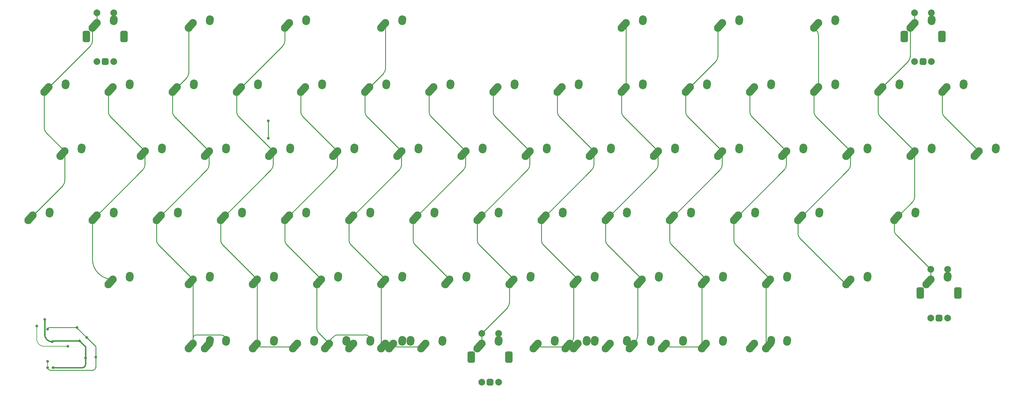
<source format=gbr>
%TF.GenerationSoftware,KiCad,Pcbnew,(7.0.0)*%
%TF.CreationDate,2024-01-04T19:15:55+01:00*%
%TF.ProjectId,HP 2621,48502032-3632-4312-9e6b-696361645f70,rev?*%
%TF.SameCoordinates,Original*%
%TF.FileFunction,Copper,L1,Top*%
%TF.FilePolarity,Positive*%
%FSLAX46Y46*%
G04 Gerber Fmt 4.6, Leading zero omitted, Abs format (unit mm)*
G04 Created by KiCad (PCBNEW (7.0.0)) date 2024-01-04 19:15:55*
%MOMM*%
%LPD*%
G01*
G04 APERTURE LIST*
G04 Aperture macros list*
%AMRoundRect*
0 Rectangle with rounded corners*
0 $1 Rounding radius*
0 $2 $3 $4 $5 $6 $7 $8 $9 X,Y pos of 4 corners*
0 Add a 4 corners polygon primitive as box body*
4,1,4,$2,$3,$4,$5,$6,$7,$8,$9,$2,$3,0*
0 Add four circle primitives for the rounded corners*
1,1,$1+$1,$2,$3*
1,1,$1+$1,$4,$5*
1,1,$1+$1,$6,$7*
1,1,$1+$1,$8,$9*
0 Add four rect primitives between the rounded corners*
20,1,$1+$1,$2,$3,$4,$5,0*
20,1,$1+$1,$4,$5,$6,$7,0*
20,1,$1+$1,$6,$7,$8,$9,0*
20,1,$1+$1,$8,$9,$2,$3,0*%
%AMHorizOval*
0 Thick line with rounded ends*
0 $1 width*
0 $2 $3 position (X,Y) of the first rounded end (center of the circle)*
0 $4 $5 position (X,Y) of the second rounded end (center of the circle)*
0 Add line between two ends*
20,1,$1,$2,$3,$4,$5,0*
0 Add two circle primitives to create the rounded ends*
1,1,$1,$2,$3*
1,1,$1,$4,$5*%
G04 Aperture macros list end*
%TA.AperFunction,ComponentPad*%
%ADD10C,2.300000*%
%TD*%
%TA.AperFunction,ComponentPad*%
%ADD11HorizOval,2.300000X-0.655144X-0.730170X0.655144X0.730170X0*%
%TD*%
%TA.AperFunction,ComponentPad*%
%ADD12HorizOval,2.300000X0.019758X0.289827X-0.019758X-0.289827X0*%
%TD*%
%TA.AperFunction,ComponentPad*%
%ADD13C,2.000000*%
%TD*%
%TA.AperFunction,ComponentPad*%
%ADD14RoundRect,0.500000X0.500000X-0.500000X0.500000X0.500000X-0.500000X0.500000X-0.500000X-0.500000X0*%
%TD*%
%TA.AperFunction,ComponentPad*%
%ADD15RoundRect,0.550000X0.550000X-1.150000X0.550000X1.150000X-0.550000X1.150000X-0.550000X-1.150000X0*%
%TD*%
%TA.AperFunction,ViaPad*%
%ADD16C,0.800000*%
%TD*%
%TA.AperFunction,Conductor*%
%ADD17C,0.250000*%
%TD*%
%TA.AperFunction,Conductor*%
%ADD18C,0.200000*%
%TD*%
%TA.AperFunction,Conductor*%
%ADD19C,0.381000*%
%TD*%
G04 APERTURE END LIST*
D10*
%TO.P,MX66,1,1*%
%TO.N,COL2*%
X60483750Y-118110000D03*
D11*
X61138605Y-117380169D03*
D12*
%TO.P,MX66,2,2*%
%TO.N,Net-(D66-A)*%
X66813507Y-115860172D03*
D10*
X66833750Y-115570000D03*
%TD*%
%TO.P,MX6,1,1*%
%TO.N,COL10*%
X217646250Y-22860000D03*
D11*
X218301105Y-22130169D03*
D12*
%TO.P,MX6,2,2*%
%TO.N,Net-(D6-A)*%
X223976007Y-20610172D03*
D10*
X223996250Y-20320000D03*
%TD*%
%TO.P,MX35,1,1*%
%TO.N,COL11*%
X236696250Y-60960000D03*
D11*
X237351105Y-60230169D03*
D12*
%TO.P,MX35,2,2*%
%TO.N,Net-(D35-A)*%
X243026007Y-58710172D03*
D10*
X243046250Y-58420000D03*
%TD*%
%TO.P,MX19,1,1*%
%TO.N,COL10*%
X208121250Y-41910000D03*
D11*
X208776105Y-41180169D03*
D12*
%TO.P,MX19,2,2*%
%TO.N,Net-(D19-A)*%
X214451007Y-39660172D03*
D10*
X214471250Y-39370000D03*
%TD*%
%TO.P,MX81,1,1*%
%TO.N,COL5*%
X117633750Y-118110000D03*
D11*
X118288605Y-117380169D03*
D12*
%TO.P,MX81,2,2*%
%TO.N,Net-(D69-A)*%
X123963507Y-115860172D03*
D10*
X123983750Y-115570000D03*
%TD*%
%TO.P,MX47,1,1*%
%TO.N,COL8*%
X165258750Y-80010000D03*
D11*
X165913605Y-79280169D03*
D12*
%TO.P,MX47,2,2*%
%TO.N,Net-(D47-A)*%
X171588507Y-77760172D03*
D10*
X171608750Y-77470000D03*
%TD*%
%TO.P,MX37,1,1*%
%TO.N,COL13*%
X274796250Y-60960000D03*
D11*
X275451105Y-60230169D03*
D12*
%TO.P,MX37,2,2*%
%TO.N,Net-(D37-A)*%
X281126007Y-58710172D03*
D10*
X281146250Y-58420000D03*
%TD*%
%TO.P,MX73,1,1*%
%TO.N,COL10*%
X212883750Y-118110000D03*
D11*
X213538605Y-117380169D03*
D12*
%TO.P,MX73,2,2*%
%TO.N,Net-(D73-A)*%
X219213507Y-115860172D03*
D10*
X219233750Y-115570000D03*
%TD*%
%TO.P,MX5,1,1*%
%TO.N,COL9*%
X189071250Y-22860000D03*
D11*
X189726105Y-22130169D03*
D12*
%TO.P,MX5,2,2*%
%TO.N,Net-(D5-A)*%
X195401007Y-20610172D03*
D10*
X195421250Y-20320000D03*
%TD*%
%TO.P,MX28,1,1*%
%TO.N,COL4*%
X103346250Y-60960000D03*
D11*
X104001105Y-60230169D03*
D12*
%TO.P,MX28,2,2*%
%TO.N,Net-(D28-A)*%
X109676007Y-58710172D03*
D10*
X109696250Y-58420000D03*
%TD*%
%TO.P,MX75,1,1*%
%TO.N,Net-(D66-A)*%
X65246250Y-118110000D03*
D11*
X65901105Y-117380169D03*
D12*
%TO.P,MX75,2,2*%
%TO.N,COL2*%
X71576007Y-115860172D03*
D10*
X71596250Y-115570000D03*
%TD*%
%TO.P,MX33,1,1*%
%TO.N,COL9*%
X198596250Y-60960000D03*
D11*
X199251105Y-60230169D03*
D12*
%TO.P,MX33,2,2*%
%TO.N,Net-(D33-A)*%
X204926007Y-58710172D03*
D10*
X204946250Y-58420000D03*
%TD*%
%TO.P,MX49,1,1*%
%TO.N,COL10*%
X203358750Y-80010000D03*
D11*
X204013605Y-79280169D03*
D12*
%TO.P,MX49,2,2*%
%TO.N,Net-(D49-A)*%
X209688507Y-77760172D03*
D10*
X209708750Y-77470000D03*
%TD*%
%TO.P,MX34,1,1*%
%TO.N,COL10*%
X217646250Y-60960000D03*
D11*
X218301105Y-60230169D03*
D12*
%TO.P,MX34,2,2*%
%TO.N,Net-(D34-A)*%
X223976007Y-58710172D03*
D10*
X223996250Y-58420000D03*
%TD*%
%TO.P,MX65,1,1*%
%TO.N,COL13*%
X279558750Y-99060000D03*
D11*
X280213605Y-98330169D03*
D12*
%TO.P,MX65,2,2*%
%TO.N,row_3*%
X285888507Y-96810172D03*
D10*
X285908750Y-96520000D03*
%TD*%
%TO.P,MX50,1,1*%
%TO.N,COL11*%
X222408750Y-80010000D03*
D11*
X223063605Y-79280169D03*
D12*
%TO.P,MX50,2,2*%
%TO.N,Net-(D50-A)*%
X228738507Y-77760172D03*
D10*
X228758750Y-77470000D03*
%TD*%
%TO.P,MX56,1,1*%
%TO.N,COL4*%
X98583750Y-99060000D03*
D11*
X99238605Y-98330169D03*
D12*
%TO.P,MX56,2,2*%
%TO.N,Net-(D56-A)*%
X104913507Y-96810172D03*
D10*
X104933750Y-96520000D03*
%TD*%
%TO.P,MX38,1,1*%
%TO.N,COL14*%
X293846250Y-60960000D03*
D11*
X294501105Y-60230169D03*
D12*
%TO.P,MX38,2,2*%
%TO.N,Net-(D38-A)*%
X300176007Y-58710172D03*
D10*
X300196250Y-58420000D03*
%TD*%
%TO.P,MX4,1,1*%
%TO.N,COL5*%
X117633750Y-22860000D03*
D11*
X118288605Y-22130169D03*
D12*
%TO.P,MX4,2,2*%
%TO.N,Net-(D4-A)*%
X123963507Y-20610172D03*
D10*
X123983750Y-20320000D03*
%TD*%
%TO.P,MX72,1,1*%
%TO.N,COL9*%
X191452500Y-118110000D03*
D11*
X192107355Y-117380169D03*
D12*
%TO.P,MX72,2,2*%
%TO.N,Net-(D72-A)*%
X197782257Y-115860172D03*
D10*
X197802500Y-115570000D03*
%TD*%
%TO.P,MX63,1,1*%
%TO.N,COL11*%
X231933750Y-99060000D03*
D11*
X232588605Y-98330169D03*
D12*
%TO.P,MX63,2,2*%
%TO.N,Net-(D63-A)*%
X238263507Y-96810172D03*
D10*
X238283750Y-96520000D03*
%TD*%
%TO.P,MX64,1,1*%
%TO.N,COL12*%
X255746250Y-99060000D03*
D11*
X256401105Y-98330169D03*
D12*
%TO.P,MX64,2,2*%
%TO.N,Net-(D64-A)*%
X262076007Y-96810172D03*
D10*
X262096250Y-96520000D03*
%TD*%
%TO.P,MX57,1,1*%
%TO.N,COL5*%
X117633750Y-99060000D03*
D11*
X118288605Y-98330169D03*
D12*
%TO.P,MX57,2,2*%
%TO.N,Net-(D57-A)*%
X123963507Y-96810172D03*
D10*
X123983750Y-96520000D03*
%TD*%
%TO.P,MX44,1,1*%
%TO.N,COL5*%
X108108750Y-80010000D03*
D11*
X108763605Y-79280169D03*
D12*
%TO.P,MX44,2,2*%
%TO.N,Net-(D44-A)*%
X114438507Y-77760172D03*
D10*
X114458750Y-77470000D03*
%TD*%
%TO.P,MX12,1,1*%
%TO.N,COL3*%
X74771250Y-41910000D03*
D11*
X75426105Y-41180169D03*
D12*
%TO.P,MX12,2,2*%
%TO.N,Net-(D12-A)*%
X81101007Y-39660172D03*
D10*
X81121250Y-39370000D03*
%TD*%
%TO.P,MX24,1,1*%
%TO.N,COL0*%
X22383750Y-60960000D03*
D11*
X23038605Y-60230169D03*
D12*
%TO.P,MX24,2,2*%
%TO.N,Net-(D24-A)*%
X28713507Y-58710172D03*
D10*
X28733750Y-58420000D03*
%TD*%
%TO.P,MX62,1,1*%
%TO.N,COL10*%
X212883750Y-99060000D03*
D11*
X213538605Y-98330169D03*
D12*
%TO.P,MX62,2,2*%
%TO.N,Net-(D62-A)*%
X219213507Y-96810172D03*
D10*
X219233750Y-96520000D03*
%TD*%
%TO.P,MX9,1,1*%
%TO.N,COL0*%
X17621250Y-41910000D03*
D11*
X18276105Y-41180169D03*
D12*
%TO.P,MX9,2,2*%
%TO.N,Net-(D9-A)*%
X23951007Y-39660172D03*
D10*
X23971250Y-39370000D03*
%TD*%
%TO.P,MX22,1,1*%
%TO.N,COL13*%
X265271250Y-41910000D03*
D11*
X265926105Y-41180169D03*
D12*
%TO.P,MX22,2,2*%
%TO.N,Net-(D22-A)*%
X271601007Y-39660172D03*
D10*
X271621250Y-39370000D03*
%TD*%
%TO.P,MX26,1,1*%
%TO.N,COL2*%
X65246250Y-60960000D03*
D11*
X65901105Y-60230169D03*
D12*
%TO.P,MX26,2,2*%
%TO.N,Net-(D26-A)*%
X71576007Y-58710172D03*
D10*
X71596250Y-58420000D03*
%TD*%
%TO.P,MX61,1,1*%
%TO.N,COL9*%
X193833750Y-99060000D03*
D11*
X194488605Y-98330169D03*
D12*
%TO.P,MX61,2,2*%
%TO.N,Net-(D61-A)*%
X200163507Y-96810172D03*
D10*
X200183750Y-96520000D03*
%TD*%
%TO.P,MX53,1,1*%
%TO.N,COL1*%
X36671250Y-99060000D03*
D11*
X37326105Y-98330169D03*
D12*
%TO.P,MX53,2,2*%
%TO.N,Net-(D53-A)*%
X43001007Y-96810172D03*
D10*
X43021250Y-96520000D03*
%TD*%
%TO.P,MX16,1,1*%
%TO.N,COL7*%
X150971250Y-41910000D03*
D11*
X151626105Y-41180169D03*
D12*
%TO.P,MX16,2,2*%
%TO.N,Net-(D16-A)*%
X157301007Y-39660172D03*
D10*
X157321250Y-39370000D03*
%TD*%
D13*
%TO.P,SW4,A,A*%
%TO.N,ENC_g*%
X147518750Y-128150000D03*
%TO.P,SW4,B,B*%
%TO.N,ENC_h*%
X152518750Y-128150000D03*
D14*
%TO.P,SW4,C,C*%
%TO.N,GND*%
X150018750Y-128150000D03*
D15*
%TO.P,SW4,MP*%
%TO.N,N/C*%
X144418750Y-120650000D03*
X155618750Y-120650000D03*
D13*
%TO.P,SW4,S1,S1*%
%TO.N,row_4*%
X152518750Y-113650000D03*
%TO.P,SW4,S2,S2*%
%TO.N,COL7*%
X147518750Y-113650000D03*
%TD*%
D10*
%TO.P,MX41,1,1*%
%TO.N,COL2*%
X50958750Y-80010000D03*
D11*
X51613605Y-79280169D03*
D12*
%TO.P,MX41,2,2*%
%TO.N,Net-(D41-A)*%
X57288507Y-77760172D03*
D10*
X57308750Y-77470000D03*
%TD*%
%TO.P,MX74,1,1*%
%TO.N,COL11*%
X231933750Y-118110000D03*
D11*
X232588605Y-117380169D03*
D12*
%TO.P,MX74,2,2*%
%TO.N,Net-(D74-A)*%
X238263507Y-115860172D03*
D10*
X238283750Y-115570000D03*
%TD*%
%TO.P,MX21,1,1*%
%TO.N,COL12*%
X246221250Y-41910000D03*
D11*
X246876105Y-41180169D03*
D12*
%TO.P,MX21,2,2*%
%TO.N,Net-(D21-A)*%
X252551007Y-39660172D03*
D10*
X252571250Y-39370000D03*
%TD*%
%TO.P,MX77,1,1*%
%TO.N,COL3*%
X91440000Y-118110000D03*
D11*
X92094855Y-117380169D03*
D12*
%TO.P,MX77,2,2*%
%TO.N,Net-(D67-A)*%
X97769757Y-115860172D03*
D10*
X97790000Y-115570000D03*
%TD*%
%TO.P,MX54,1,1*%
%TO.N,COL2*%
X60483750Y-99060000D03*
D11*
X61138605Y-98330169D03*
D12*
%TO.P,MX54,2,2*%
%TO.N,Net-(D54-A)*%
X66813507Y-96810172D03*
D10*
X66833750Y-96520000D03*
%TD*%
%TO.P,MX69,1,1*%
%TO.N,COL5*%
X129540000Y-118110000D03*
D11*
X130194855Y-117380169D03*
D12*
%TO.P,MX69,2,2*%
%TO.N,Net-(D69-A)*%
X135869757Y-115860172D03*
D10*
X135890000Y-115570000D03*
%TD*%
%TO.P,MX80,1,1*%
%TO.N,COL8*%
X172402500Y-118110000D03*
D11*
X173057355Y-117380169D03*
D12*
%TO.P,MX80,2,2*%
%TO.N,Net-(D71-A)*%
X178732257Y-115860172D03*
D10*
X178752500Y-115570000D03*
%TD*%
%TO.P,MX48,1,1*%
%TO.N,COL9*%
X184308750Y-80010000D03*
D11*
X184963605Y-79280169D03*
D12*
%TO.P,MX48,2,2*%
%TO.N,Net-(D48-A)*%
X190638507Y-77760172D03*
D10*
X190658750Y-77470000D03*
%TD*%
%TO.P,MX67,1,1*%
%TO.N,COL3*%
X79533750Y-118110000D03*
D11*
X80188605Y-117380169D03*
D12*
%TO.P,MX67,2,2*%
%TO.N,Net-(D67-A)*%
X85863507Y-115860172D03*
D10*
X85883750Y-115570000D03*
%TD*%
%TO.P,MX15,1,1*%
%TO.N,COL6*%
X131921250Y-41910000D03*
D11*
X132576105Y-41180169D03*
D12*
%TO.P,MX15,2,2*%
%TO.N,Net-(D15-A)*%
X138251007Y-39660172D03*
D10*
X138271250Y-39370000D03*
%TD*%
%TO.P,MX29,1,1*%
%TO.N,COL5*%
X122396250Y-60960000D03*
D11*
X123051105Y-60230169D03*
D12*
%TO.P,MX29,2,2*%
%TO.N,Net-(D29-A)*%
X128726007Y-58710172D03*
D10*
X128746250Y-58420000D03*
%TD*%
D13*
%TO.P,SW3,A,A*%
%TO.N,ENC_e*%
X280868750Y-109100000D03*
%TO.P,SW3,B,B*%
%TO.N,ENC_f*%
X285868750Y-109100000D03*
D14*
%TO.P,SW3,C,C*%
%TO.N,GND*%
X283368750Y-109100000D03*
D15*
%TO.P,SW3,MP*%
%TO.N,N/C*%
X277768750Y-101600000D03*
X288968750Y-101600000D03*
D13*
%TO.P,SW3,S1,S1*%
%TO.N,row_3*%
X285868750Y-94600000D03*
%TO.P,SW3,S2,S2*%
%TO.N,COL13*%
X280868750Y-94600000D03*
%TD*%
D10*
%TO.P,MX13,1,1*%
%TO.N,COL4*%
X93821250Y-41910000D03*
D11*
X94476105Y-41180169D03*
D12*
%TO.P,MX13,2,2*%
%TO.N,Net-(D13-A)*%
X100151007Y-39660172D03*
D10*
X100171250Y-39370000D03*
%TD*%
%TO.P,MX36,1,1*%
%TO.N,COL12*%
X255746250Y-60960000D03*
D11*
X256401105Y-60230169D03*
D12*
%TO.P,MX36,2,2*%
%TO.N,Net-(D36-A)*%
X262076007Y-58710172D03*
D10*
X262096250Y-58420000D03*
%TD*%
%TO.P,MX18,1,1*%
%TO.N,COL9*%
X189071250Y-41910000D03*
D11*
X189726105Y-41180169D03*
D12*
%TO.P,MX18,2,2*%
%TO.N,Net-(D18-A)*%
X195401007Y-39660172D03*
D10*
X195421250Y-39370000D03*
%TD*%
%TO.P,MX43,1,1*%
%TO.N,COL4*%
X89058750Y-80010000D03*
D11*
X89713605Y-79280169D03*
D12*
%TO.P,MX43,2,2*%
%TO.N,Net-(D43-A)*%
X95388507Y-77760172D03*
D10*
X95408750Y-77470000D03*
%TD*%
%TO.P,MX42,1,1*%
%TO.N,COL3*%
X70008750Y-80010000D03*
D11*
X70663605Y-79280169D03*
D12*
%TO.P,MX42,2,2*%
%TO.N,Net-(D42-A)*%
X76338507Y-77760172D03*
D10*
X76358750Y-77470000D03*
%TD*%
%TO.P,MX40,1,1*%
%TO.N,COL1*%
X31908750Y-80010000D03*
D11*
X32563605Y-79280169D03*
D12*
%TO.P,MX40,2,2*%
%TO.N,Net-(D40-A)*%
X38238507Y-77760172D03*
D10*
X38258750Y-77470000D03*
%TD*%
%TO.P,MX70,1,1*%
%TO.N,COL7*%
X146208750Y-118110000D03*
D11*
X146863605Y-117380169D03*
D12*
%TO.P,MX70,2,2*%
%TO.N,row_4*%
X152538507Y-115860172D03*
D10*
X152558750Y-115570000D03*
%TD*%
%TO.P,MX46,1,1*%
%TO.N,COL7*%
X146208750Y-80010000D03*
D11*
X146863605Y-79280169D03*
D12*
%TO.P,MX46,2,2*%
%TO.N,Net-(D46-A)*%
X152538507Y-77760172D03*
D10*
X152558750Y-77470000D03*
%TD*%
%TO.P,MX79,1,1*%
%TO.N,COL5*%
X120015000Y-118110000D03*
D11*
X120669855Y-117380169D03*
D12*
%TO.P,MX79,2,2*%
%TO.N,Net-(D69-A)*%
X126344757Y-115860172D03*
D10*
X126365000Y-115570000D03*
%TD*%
%TO.P,MX14,1,1*%
%TO.N,COL5*%
X112871250Y-41910000D03*
D11*
X113526105Y-41180169D03*
D12*
%TO.P,MX14,2,2*%
%TO.N,Net-(D14-A)*%
X119201007Y-39660172D03*
D10*
X119221250Y-39370000D03*
%TD*%
%TO.P,MX83,1,1*%
%TO.N,COL8*%
X174783750Y-118110000D03*
D11*
X175438605Y-117380169D03*
D12*
%TO.P,MX83,2,2*%
%TO.N,Net-(D71-A)*%
X181113507Y-115860172D03*
D10*
X181133750Y-115570000D03*
%TD*%
%TO.P,MX30,1,1*%
%TO.N,COL6*%
X141446250Y-60960000D03*
D11*
X142101105Y-60230169D03*
D12*
%TO.P,MX30,2,2*%
%TO.N,Net-(D30-A)*%
X147776007Y-58710172D03*
D10*
X147796250Y-58420000D03*
%TD*%
%TO.P,MX58,1,1*%
%TO.N,COL6*%
X136683750Y-99060000D03*
D11*
X137338605Y-98330169D03*
D12*
%TO.P,MX58,2,2*%
%TO.N,Net-(D58-A)*%
X143013507Y-96810172D03*
D10*
X143033750Y-96520000D03*
%TD*%
%TO.P,MX84,1,1*%
%TO.N,Net-(D72-A)*%
X184308750Y-118110000D03*
D11*
X184963605Y-117380169D03*
D12*
%TO.P,MX84,2,2*%
%TO.N,COL9*%
X190638507Y-115860172D03*
D10*
X190658750Y-115570000D03*
%TD*%
%TO.P,MX82,1,1*%
%TO.N,Net-(D68-A)*%
X108108750Y-118110000D03*
D11*
X108763605Y-117380169D03*
D12*
%TO.P,MX82,2,2*%
%TO.N,COL4*%
X114438507Y-115860172D03*
D10*
X114458750Y-115570000D03*
%TD*%
%TO.P,MX71,1,1*%
%TO.N,COL8*%
X162877500Y-118110000D03*
D11*
X163532355Y-117380169D03*
D12*
%TO.P,MX71,2,2*%
%TO.N,Net-(D71-A)*%
X169207257Y-115860172D03*
D10*
X169227500Y-115570000D03*
%TD*%
%TO.P,MX27,1,1*%
%TO.N,COL3*%
X84296250Y-60960000D03*
D11*
X84951105Y-60230169D03*
D12*
%TO.P,MX27,2,2*%
%TO.N,Net-(D27-A)*%
X90626007Y-58710172D03*
D10*
X90646250Y-58420000D03*
%TD*%
%TO.P,MX78,1,1*%
%TO.N,COL10*%
X200977500Y-118110000D03*
D11*
X201632355Y-117380169D03*
D12*
%TO.P,MX78,2,2*%
%TO.N,Net-(D73-A)*%
X207307257Y-115860172D03*
D10*
X207327500Y-115570000D03*
%TD*%
%TO.P,MX11,1,1*%
%TO.N,COL2*%
X55721250Y-41910000D03*
D11*
X56376105Y-41180169D03*
D12*
%TO.P,MX11,2,2*%
%TO.N,Net-(D11-A)*%
X62051007Y-39660172D03*
D10*
X62071250Y-39370000D03*
%TD*%
%TO.P,MX52,1,1*%
%TO.N,COL13*%
X270033750Y-80010000D03*
D11*
X270688605Y-79280169D03*
D12*
%TO.P,MX52,2,2*%
%TO.N,Net-(D52-A)*%
X276363507Y-77760172D03*
D10*
X276383750Y-77470000D03*
%TD*%
%TO.P,MX17,1,1*%
%TO.N,COL8*%
X170021250Y-41910000D03*
D11*
X170676105Y-41180169D03*
D12*
%TO.P,MX17,2,2*%
%TO.N,Net-(D17-A)*%
X176351007Y-39660172D03*
D10*
X176371250Y-39370000D03*
%TD*%
%TO.P,MX3,1,1*%
%TO.N,COL3*%
X89058750Y-22860000D03*
D11*
X89713605Y-22130169D03*
D12*
%TO.P,MX3,2,2*%
%TO.N,Net-(D3-A)*%
X95388507Y-20610172D03*
D10*
X95408750Y-20320000D03*
%TD*%
%TO.P,MX10,1,1*%
%TO.N,COL1*%
X36671250Y-41910000D03*
D11*
X37326105Y-41180169D03*
D12*
%TO.P,MX10,2,2*%
%TO.N,Net-(D10-A)*%
X43001007Y-39660172D03*
D10*
X43021250Y-39370000D03*
%TD*%
%TO.P,MX20,1,1*%
%TO.N,COL11*%
X227171250Y-41910000D03*
D11*
X227826105Y-41180169D03*
D12*
%TO.P,MX20,2,2*%
%TO.N,Net-(D20-A)*%
X233501007Y-39660172D03*
D10*
X233521250Y-39370000D03*
%TD*%
D13*
%TO.P,SW2,A,A*%
%TO.N,ENC_c*%
X276106250Y-32900000D03*
%TO.P,SW2,B,B*%
%TO.N,ENC_d*%
X281106250Y-32900000D03*
D14*
%TO.P,SW2,C,C*%
%TO.N,GND*%
X278606250Y-32900000D03*
D15*
%TO.P,SW2,MP*%
%TO.N,N/C*%
X273006250Y-25400000D03*
X284206250Y-25400000D03*
D13*
%TO.P,SW2,S1,S1*%
%TO.N,row_2*%
X281106250Y-18400000D03*
%TO.P,SW2,S2,S2*%
%TO.N,COL13*%
X276106250Y-18400000D03*
%TD*%
D10*
%TO.P,MX7,1,1*%
%TO.N,COL12*%
X246221250Y-22860000D03*
D11*
X246876105Y-22130169D03*
D12*
%TO.P,MX7,2,2*%
%TO.N,Net-(D7-A)*%
X252551007Y-20610172D03*
D10*
X252571250Y-20320000D03*
%TD*%
%TO.P,MX45,1,1*%
%TO.N,COL6*%
X127158750Y-80010000D03*
D11*
X127813605Y-79280169D03*
D12*
%TO.P,MX45,2,2*%
%TO.N,Net-(D45-A)*%
X133488507Y-77760172D03*
D10*
X133508750Y-77470000D03*
%TD*%
%TO.P,MX25,1,1*%
%TO.N,COL1*%
X46196250Y-60960000D03*
D11*
X46851105Y-60230169D03*
D12*
%TO.P,MX25,2,2*%
%TO.N,Net-(D25-A)*%
X52526007Y-58710172D03*
D10*
X52546250Y-58420000D03*
%TD*%
%TO.P,MX60,1,1*%
%TO.N,COL8*%
X174783750Y-99060000D03*
D11*
X175438605Y-98330169D03*
D12*
%TO.P,MX60,2,2*%
%TO.N,Net-(D60-A)*%
X181113507Y-96810172D03*
D10*
X181133750Y-96520000D03*
%TD*%
%TO.P,MX8,1,1*%
%TO.N,COL13*%
X274796250Y-22860000D03*
D11*
X275451105Y-22130169D03*
D12*
%TO.P,MX8,2,2*%
%TO.N,row_2*%
X281126007Y-20610172D03*
D10*
X281146250Y-20320000D03*
%TD*%
%TO.P,MX39,1,1*%
%TO.N,COL0*%
X12858750Y-80010000D03*
D11*
X13513605Y-79280169D03*
D12*
%TO.P,MX39,2,2*%
%TO.N,Net-(D39-A)*%
X19188507Y-77760172D03*
D10*
X19208750Y-77470000D03*
%TD*%
%TO.P,MX23,1,1*%
%TO.N,COL14*%
X284321250Y-41910000D03*
D11*
X284976105Y-41180169D03*
D12*
%TO.P,MX23,2,2*%
%TO.N,Net-(D23-A)*%
X290651007Y-39660172D03*
D10*
X290671250Y-39370000D03*
%TD*%
%TO.P,MX59,1,1*%
%TO.N,COL7*%
X155733750Y-99060000D03*
D11*
X156388605Y-98330169D03*
D12*
%TO.P,MX59,2,2*%
%TO.N,Net-(D59-A)*%
X162063507Y-96810172D03*
D10*
X162083750Y-96520000D03*
%TD*%
%TO.P,MX1,1,1*%
%TO.N,COL0*%
X31908750Y-22860000D03*
D11*
X32563605Y-22130169D03*
D12*
%TO.P,MX1,2,2*%
%TO.N,row_1*%
X38238507Y-20610172D03*
D10*
X38258750Y-20320000D03*
%TD*%
%TO.P,MX76,1,1*%
%TO.N,Net-(D74-A)*%
X227171250Y-118110000D03*
D11*
X227826105Y-117380169D03*
D12*
%TO.P,MX76,2,2*%
%TO.N,COL11*%
X233501007Y-115860172D03*
D10*
X233521250Y-115570000D03*
%TD*%
%TO.P,MX32,1,1*%
%TO.N,COL8*%
X179546250Y-60960000D03*
D11*
X180201105Y-60230169D03*
D12*
%TO.P,MX32,2,2*%
%TO.N,Net-(D32-A)*%
X185876007Y-58710172D03*
D10*
X185896250Y-58420000D03*
%TD*%
%TO.P,MX68,1,1*%
%TO.N,COL4*%
X100965000Y-118110000D03*
D11*
X101619855Y-117380169D03*
D12*
%TO.P,MX68,2,2*%
%TO.N,Net-(D68-A)*%
X107294757Y-115860172D03*
D10*
X107315000Y-115570000D03*
%TD*%
%TO.P,MX31,1,1*%
%TO.N,COL7*%
X160496250Y-60960000D03*
D11*
X161151105Y-60230169D03*
D12*
%TO.P,MX31,2,2*%
%TO.N,Net-(D31-A)*%
X166826007Y-58710172D03*
D10*
X166846250Y-58420000D03*
%TD*%
%TO.P,MX51,1,1*%
%TO.N,COL12*%
X241458750Y-80010000D03*
D11*
X242113605Y-79280169D03*
D12*
%TO.P,MX51,2,2*%
%TO.N,Net-(D51-A)*%
X247788507Y-77760172D03*
D10*
X247808750Y-77470000D03*
%TD*%
D13*
%TO.P,SW1,A,A*%
%TO.N,ENC_a*%
X33218750Y-32900000D03*
%TO.P,SW1,B,B*%
%TO.N,ENC_b*%
X38218750Y-32900000D03*
D14*
%TO.P,SW1,C,C*%
%TO.N,GND*%
X35718750Y-32900000D03*
D15*
%TO.P,SW1,MP*%
%TO.N,N/C*%
X30118750Y-25400000D03*
X41318750Y-25400000D03*
D13*
%TO.P,SW1,S1,S1*%
%TO.N,row_1*%
X38218750Y-18400000D03*
%TO.P,SW1,S2,S2*%
%TO.N,COL0*%
X33218750Y-18400000D03*
%TD*%
D10*
%TO.P,MX55,1,1*%
%TO.N,COL3*%
X79533750Y-99060000D03*
D11*
X80188605Y-98330169D03*
D12*
%TO.P,MX55,2,2*%
%TO.N,Net-(D55-A)*%
X85863507Y-96810172D03*
D10*
X85883750Y-96520000D03*
%TD*%
%TO.P,MX2,1,1*%
%TO.N,COL2*%
X60483750Y-22860000D03*
D11*
X61138605Y-22130169D03*
D12*
%TO.P,MX2,2,2*%
%TO.N,Net-(D2-A)*%
X66813507Y-20610172D03*
D10*
X66833750Y-20320000D03*
%TD*%
D16*
%TO.N,GND*%
X84146716Y-50482064D03*
X18644250Y-121940897D03*
X32875000Y-120650000D03*
X18587500Y-123825000D03*
X30178397Y-114865941D03*
X84147629Y-55680682D03*
X27318750Y-111918750D03*
X18587500Y-112404740D03*
%TO.N,+3V3*%
X20175000Y-123825000D03*
X19989044Y-116145812D03*
X29891691Y-120932309D03*
X28112500Y-115887500D03*
X17728276Y-109529906D03*
%TO.N,BOOT0*%
X15362213Y-111440352D03*
X24606250Y-117475000D03*
%TD*%
D17*
%TO.N,COL0*%
X23693750Y-60328427D02*
X23693750Y-68346573D01*
X33218750Y-21550000D02*
X31908750Y-22860000D01*
X33218750Y-21400000D02*
X33218750Y-21550000D01*
X17621250Y-41910000D02*
X17621250Y-52599073D01*
X33218750Y-18400000D02*
X33218750Y-21400000D01*
X31322963Y-28208287D02*
X17621250Y-41910000D01*
X31908750Y-22860000D02*
X31908750Y-26794073D01*
X23107963Y-69760787D02*
X12858750Y-80010000D01*
X18207037Y-54013287D02*
X23107964Y-58914214D01*
X23693745Y-60328427D02*
G75*
G03*
X23107964Y-58914214I-1999945J27D01*
G01*
X23107966Y-69760790D02*
G75*
G03*
X23693750Y-68346573I-1414166J1414190D01*
G01*
X31322966Y-28208290D02*
G75*
G03*
X31908750Y-26794073I-1414166J1414190D01*
G01*
X17621248Y-52599073D02*
G75*
G03*
X18207037Y-54013287I2000002J3D01*
G01*
%TO.N,COL1*%
X36671250Y-41910000D02*
X36671250Y-47836573D01*
X46920463Y-64998287D02*
X31908750Y-80010000D01*
X47506250Y-60328427D02*
X47506250Y-63584073D01*
X31908750Y-80010000D02*
X31908750Y-91527500D01*
X37981250Y-40600000D02*
X36671250Y-41910000D01*
X37981250Y-40450000D02*
X37981250Y-40600000D01*
X37257037Y-49250787D02*
X46920464Y-58914214D01*
X31908750Y-91527500D02*
G75*
G03*
X37981250Y-97600000I6072500J0D01*
G01*
X46920466Y-64998290D02*
G75*
G03*
X47506250Y-63584073I-1414166J1414190D01*
G01*
X36671255Y-47836573D02*
G75*
G03*
X37257037Y-49250787I1999945J-27D01*
G01*
X47506245Y-60328427D02*
G75*
G03*
X46920464Y-58914214I-1999945J27D01*
G01*
%TO.N,COL2*%
X56307037Y-49250787D02*
X65970464Y-58914214D01*
X60483750Y-22860000D02*
X60483750Y-36319073D01*
X50958750Y-80010000D02*
X50958750Y-85936573D01*
X61793750Y-21400000D02*
X61793750Y-21550000D01*
X61793750Y-115093750D02*
X61793750Y-116650000D01*
X55721250Y-41910000D02*
X55721250Y-47836573D01*
X66556250Y-60328427D02*
X66556250Y-63584073D01*
X62792500Y-114095000D02*
X70121250Y-114095000D01*
X65970463Y-64998287D02*
X50958750Y-80010000D01*
X59897963Y-37733287D02*
X55721250Y-41910000D01*
X61793750Y-21550000D02*
X60483750Y-22860000D01*
X61793750Y-98428427D02*
X61793750Y-115093750D01*
X51544537Y-87350787D02*
X61207964Y-97014214D01*
X62792500Y-114094950D02*
G75*
G03*
X61793750Y-115093750I0J-998750D01*
G01*
X65970466Y-64998290D02*
G75*
G03*
X66556250Y-63584073I-1414166J1414190D01*
G01*
X61793745Y-98428427D02*
G75*
G03*
X61207964Y-97014214I-1999945J27D01*
G01*
X55721255Y-47836573D02*
G75*
G03*
X56307037Y-49250787I1999945J-27D01*
G01*
X66556245Y-60328427D02*
G75*
G03*
X65970464Y-58914214I-1999945J27D01*
G01*
X59897966Y-37733290D02*
G75*
G03*
X60483750Y-36319073I-1414166J1414190D01*
G01*
X50958755Y-85936573D02*
G75*
G03*
X51544537Y-87350787I1999945J-27D01*
G01*
X71596300Y-115570000D02*
G75*
G03*
X70121250Y-114095000I-1475000J0D01*
G01*
%TO.N,COL3*%
X70008750Y-85936573D02*
X70008750Y-80010000D01*
X90368750Y-21550000D02*
X89058750Y-22860000D01*
X90368750Y-21400000D02*
X90368750Y-21550000D01*
X85606250Y-60328427D02*
X85606250Y-63584073D01*
X75357037Y-49250787D02*
X85020464Y-58914214D01*
X80843750Y-116650000D02*
X80843750Y-98428427D01*
X85020463Y-64998287D02*
X70008750Y-80010000D01*
X88472963Y-28208287D02*
X74771250Y-41910000D01*
X89058750Y-22860000D02*
X89058750Y-26794073D01*
X81822520Y-117628770D02*
X91771230Y-117628770D01*
X80257964Y-97014214D02*
X70594537Y-87350787D01*
X74771250Y-41910000D02*
X74771250Y-47836573D01*
X85606245Y-60328427D02*
G75*
G03*
X85020464Y-58914214I-1999945J27D01*
G01*
X91771230Y-117628800D02*
G75*
G03*
X92750000Y-116650000I-30J978800D01*
G01*
X85020466Y-64998290D02*
G75*
G03*
X85606250Y-63584073I-1414166J1414190D01*
G01*
X80843730Y-116650000D02*
G75*
G03*
X81822520Y-117628770I978770J0D01*
G01*
X74771255Y-47836573D02*
G75*
G03*
X75357037Y-49250787I1999945J-27D01*
G01*
X70008755Y-85936573D02*
G75*
G03*
X70594537Y-87350787I1999945J-27D01*
G01*
X88472966Y-28208290D02*
G75*
G03*
X89058750Y-26794073I-1414166J1414190D01*
G01*
X80843745Y-98428427D02*
G75*
G03*
X80257964Y-97014214I-1999945J27D01*
G01*
%TO.N,COL11*%
X233243750Y-97750000D02*
X231933750Y-99060000D01*
X231933750Y-99060000D02*
X231933750Y-118110000D01*
X222994537Y-87350787D02*
X233243750Y-97600000D01*
X228481250Y-40600000D02*
X227171250Y-41910000D01*
X238006250Y-60328427D02*
X238006250Y-63584073D01*
X233243750Y-97600000D02*
X233243750Y-97750000D01*
X237420463Y-64998287D02*
X222408750Y-80010000D01*
X228481250Y-40450000D02*
X228481250Y-40600000D01*
X227757037Y-49250787D02*
X237420464Y-58914214D01*
X232607269Y-116483981D02*
X233521250Y-115570000D01*
X222408750Y-80010000D02*
X222408750Y-85936573D01*
X227171250Y-41910000D02*
X227171250Y-47836573D01*
X232607267Y-116483979D02*
G75*
G03*
X231933750Y-118110000I1626033J-1626021D01*
G01*
X222408755Y-85936573D02*
G75*
G03*
X222994537Y-87350787I1999945J-27D01*
G01*
X238006245Y-60328427D02*
G75*
G03*
X237420464Y-58914214I-1999945J27D01*
G01*
X237420466Y-64998290D02*
G75*
G03*
X238006250Y-63584073I-1414166J1414190D01*
G01*
X227171255Y-47836573D02*
G75*
G03*
X227757037Y-49250787I1999945J-27D01*
G01*
%TO.N,COL12*%
X241458750Y-80010000D02*
X241458750Y-83944073D01*
X247531250Y-40600000D02*
X246221250Y-41910000D01*
X247531250Y-40450000D02*
X247531250Y-40600000D01*
X247531250Y-21400000D02*
X247531250Y-21550000D01*
X246221250Y-22860000D02*
X246945464Y-23584214D01*
X246221250Y-41910000D02*
X246221250Y-47836573D01*
X247531250Y-24998427D02*
X247531250Y-40450000D01*
X246807037Y-49250787D02*
X256470464Y-58914214D01*
X247531250Y-21550000D02*
X246221250Y-22860000D01*
X257056250Y-60328427D02*
X257056250Y-63584073D01*
X256470463Y-64998287D02*
X241458750Y-80010000D01*
X242044537Y-85358287D02*
X255746250Y-99060000D01*
X256470466Y-64998290D02*
G75*
G03*
X257056250Y-63584073I-1414166J1414190D01*
G01*
X247531245Y-24998427D02*
G75*
G03*
X246945464Y-23584214I-1999945J27D01*
G01*
X241458755Y-83944073D02*
G75*
G03*
X242044537Y-85358287I1999945J-27D01*
G01*
X257056245Y-60328427D02*
G75*
G03*
X256470464Y-58914214I-1999945J27D01*
G01*
X246221255Y-47836573D02*
G75*
G03*
X246807037Y-49250787I1999945J-27D01*
G01*
%TO.N,COL13*%
X265271250Y-41910000D02*
X265271250Y-47836573D01*
X280868750Y-97600000D02*
X280868750Y-97750000D01*
X276106250Y-21550000D02*
X274796250Y-22860000D01*
X270033750Y-80010000D02*
X270033750Y-82936573D01*
X276106250Y-21400000D02*
X276106250Y-21550000D01*
X265857037Y-49250787D02*
X275520464Y-58914214D01*
X276106250Y-60328427D02*
X276106250Y-73109073D01*
X270619537Y-84350787D02*
X280868750Y-94600000D01*
X266581250Y-40600000D02*
X265271250Y-41910000D01*
X276106250Y-18400000D02*
X276106250Y-21400000D01*
X275520463Y-74523287D02*
X270033750Y-80010000D01*
X266581250Y-40450000D02*
X266581250Y-40600000D01*
X274210463Y-32820787D02*
X266581250Y-40450000D01*
X280868750Y-97750000D02*
X279558750Y-99060000D01*
X274796250Y-22860000D02*
X274796250Y-31406573D01*
X280868750Y-94600000D02*
X280868750Y-97600000D01*
X276106245Y-60328427D02*
G75*
G03*
X275520464Y-58914214I-1999945J27D01*
G01*
X270033755Y-82936573D02*
G75*
G03*
X270619537Y-84350787I1999945J-27D01*
G01*
X265271255Y-47836573D02*
G75*
G03*
X265857037Y-49250787I1999945J-27D01*
G01*
X275520466Y-74523290D02*
G75*
G03*
X276106250Y-73109073I-1414166J1414190D01*
G01*
X274210466Y-32820790D02*
G75*
G03*
X274796250Y-31406573I-1414166J1414190D01*
G01*
%TO.N,COL14*%
X284907037Y-49250787D02*
X295156250Y-59500000D01*
X295156250Y-59500000D02*
X295156250Y-59650000D01*
X284321250Y-41910000D02*
X284321250Y-47836573D01*
X285631250Y-40450000D02*
X285631250Y-40600000D01*
X285631250Y-40600000D02*
X284321250Y-41910000D01*
X295156250Y-59650000D02*
X293846250Y-60960000D01*
X284321255Y-47836573D02*
G75*
G03*
X284907037Y-49250787I1999945J-27D01*
G01*
%TO.N,COL4*%
X99149537Y-113524537D02*
X102275000Y-116650000D01*
X112960268Y-114071518D02*
X104944378Y-114071518D01*
X89058750Y-80010000D02*
X89058750Y-85936573D01*
X99893750Y-97600000D02*
X99149536Y-98344214D01*
X103352738Y-114730797D02*
X102870006Y-115213529D01*
X104656250Y-60328427D02*
X104656250Y-63584073D01*
X98563750Y-99758427D02*
X98563750Y-112110323D01*
X93821250Y-41910000D02*
X93821250Y-47836573D01*
X104070463Y-64998287D02*
X89058750Y-80010000D01*
X89644537Y-87350787D02*
X99893750Y-97600000D01*
X95131250Y-40600000D02*
X93821250Y-41910000D01*
X95131250Y-40450000D02*
X95131250Y-40600000D01*
X94407037Y-49250787D02*
X104070464Y-58914214D01*
X89058755Y-85936573D02*
G75*
G03*
X89644537Y-87350787I1999945J-27D01*
G01*
X93821255Y-47836573D02*
G75*
G03*
X94407037Y-49250787I1999945J-27D01*
G01*
X102870001Y-115213524D02*
G75*
G03*
X102275000Y-116650000I1436499J-1436476D01*
G01*
X104070466Y-64998290D02*
G75*
G03*
X104656250Y-63584073I-1414166J1414190D01*
G01*
X99149533Y-98344211D02*
G75*
G03*
X98563750Y-99758427I1414167J-1414189D01*
G01*
X104944378Y-114071492D02*
G75*
G03*
X103352738Y-114730797I22J-2250908D01*
G01*
X104656245Y-60328427D02*
G75*
G03*
X104070464Y-58914214I-1999945J27D01*
G01*
X98563720Y-112110323D02*
G75*
G03*
X99149538Y-113524536I1999980J23D01*
G01*
X114458782Y-115570000D02*
G75*
G03*
X112960268Y-114071518I-1498482J0D01*
G01*
%TO.N,COL5*%
X117633750Y-118110000D02*
X119865000Y-118110000D01*
X108108750Y-80010000D02*
X108108750Y-85936573D01*
X123120463Y-64998287D02*
X108108750Y-80010000D01*
X112871250Y-41910000D02*
X112871250Y-47836573D01*
X123706250Y-60328427D02*
X123706250Y-63584073D01*
X117633750Y-99060000D02*
X117633750Y-118110000D01*
X118943750Y-21400000D02*
X118943750Y-35009073D01*
X118357963Y-36423287D02*
X112871250Y-41910000D01*
X129836862Y-117663138D02*
X122338138Y-117663138D01*
X108694537Y-87350787D02*
X118357964Y-97014214D01*
X113457037Y-49250787D02*
X123120464Y-58914214D01*
X123706245Y-60328427D02*
G75*
G03*
X123120464Y-58914214I-1999945J27D01*
G01*
X108108755Y-85936573D02*
G75*
G03*
X108694537Y-87350787I1999945J-27D01*
G01*
X121324962Y-116650000D02*
G75*
G03*
X122338138Y-117663138I1013138J0D01*
G01*
X119865000Y-118110000D02*
G75*
G03*
X121325000Y-116650000I0J1460000D01*
G01*
X118357966Y-36423290D02*
G75*
G03*
X118943750Y-35009073I-1414166J1414190D01*
G01*
X112871255Y-47836573D02*
G75*
G03*
X113457037Y-49250787I1999945J-27D01*
G01*
X123120466Y-64998290D02*
G75*
G03*
X123706250Y-63584073I-1414166J1414190D01*
G01*
X129836862Y-117663100D02*
G75*
G03*
X130850000Y-116650000I38J1013100D01*
G01*
%TO.N,COL6*%
X132507037Y-49250787D02*
X142170464Y-58914214D01*
X133231250Y-40450000D02*
X133231250Y-40600000D01*
X133231250Y-40600000D02*
X131921250Y-41910000D01*
X127744537Y-87350787D02*
X137993750Y-97600000D01*
X131921250Y-41910000D02*
X131921250Y-47836573D01*
X137993750Y-97750000D02*
X136683750Y-99060000D01*
X127158750Y-80010000D02*
X127158750Y-85936573D01*
X142756250Y-60328427D02*
X142756250Y-63584073D01*
X137993750Y-97600000D02*
X137993750Y-97750000D01*
X142170463Y-64998287D02*
X127158750Y-80010000D01*
X127158755Y-85936573D02*
G75*
G03*
X127744537Y-87350787I1999945J-27D01*
G01*
X142756245Y-60328427D02*
G75*
G03*
X142170464Y-58914214I-1999945J27D01*
G01*
X142170466Y-64998290D02*
G75*
G03*
X142756250Y-63584073I-1414166J1414190D01*
G01*
X131921255Y-47836573D02*
G75*
G03*
X132507037Y-49250787I1999945J-27D01*
G01*
%TO.N,COL7*%
X157043750Y-97750000D02*
X155733750Y-99060000D01*
X146794537Y-87350787D02*
X157043750Y-97600000D01*
X151557037Y-49250787D02*
X161220464Y-58914214D01*
X155147963Y-106020787D02*
X147518750Y-113650000D01*
X152281250Y-40600000D02*
X150971250Y-41910000D01*
X161806250Y-60328427D02*
X161806250Y-63584073D01*
X152281250Y-40450000D02*
X152281250Y-40600000D01*
X150971250Y-41910000D02*
X150971250Y-47836573D01*
X155733750Y-99060000D02*
X155733750Y-104606573D01*
X147518750Y-116650000D02*
X147518750Y-116800000D01*
X161220463Y-64998287D02*
X146208750Y-80010000D01*
X146208750Y-80010000D02*
X146208750Y-85936573D01*
X157043750Y-97600000D02*
X157043750Y-97750000D01*
X147518750Y-113650000D02*
X147518750Y-116650000D01*
X147518750Y-116800000D02*
X146208750Y-118110000D01*
X146208755Y-85936573D02*
G75*
G03*
X146794537Y-87350787I1999945J-27D01*
G01*
X161220466Y-64998290D02*
G75*
G03*
X161806250Y-63584073I-1414166J1414190D01*
G01*
X155147966Y-106020790D02*
G75*
G03*
X155733750Y-104606573I-1414166J1414190D01*
G01*
X161806245Y-60328427D02*
G75*
G03*
X161220464Y-58914214I-1999945J27D01*
G01*
X150971255Y-47836573D02*
G75*
G03*
X151557037Y-49250787I1999945J-27D01*
G01*
%TO.N,COL8*%
X171331250Y-40600000D02*
X170021250Y-41910000D01*
X174783750Y-99060000D02*
X174783750Y-114900323D01*
X176093750Y-97600000D02*
X176093750Y-97750000D01*
X165258750Y-80010000D02*
X165258750Y-85936573D01*
X170607037Y-49250787D02*
X180270464Y-58914214D01*
X173712500Y-116650000D02*
X173712500Y-117038750D01*
X165844537Y-87350787D02*
X176093750Y-97600000D01*
X180856250Y-60328427D02*
X180856250Y-63584073D01*
X170021250Y-41910000D02*
X170021250Y-47836573D01*
X162877500Y-118110000D02*
X162877500Y-117960000D01*
X180270463Y-64998287D02*
X165258750Y-80010000D01*
X176093750Y-97750000D02*
X174783750Y-99060000D01*
X165163238Y-117625738D02*
X172736762Y-117625738D01*
X171331250Y-40450000D02*
X171331250Y-40600000D01*
X165258755Y-85936573D02*
G75*
G03*
X165844537Y-87350787I1999945J-27D01*
G01*
X164187462Y-116650000D02*
G75*
G03*
X165163238Y-117625738I975738J0D01*
G01*
X164187500Y-116650000D02*
G75*
G03*
X162877500Y-117960000I0J-1310000D01*
G01*
X172736762Y-117625700D02*
G75*
G03*
X173712500Y-116650000I38J975700D01*
G01*
X180270466Y-64998290D02*
G75*
G03*
X180856250Y-63584073I-1414166J1414190D01*
G01*
X170021255Y-47836573D02*
G75*
G03*
X170607037Y-49250787I1999945J-27D01*
G01*
X173712500Y-117038750D02*
G75*
G03*
X174783750Y-118110000I1071300J50D01*
G01*
X174197941Y-116314515D02*
G75*
G03*
X174783750Y-114900323I-1414141J1414215D01*
G01*
X174633750Y-118109950D02*
G75*
G03*
X176093750Y-116650000I50J1459950D01*
G01*
X180856245Y-60328427D02*
G75*
G03*
X180270464Y-58914214I-1999945J27D01*
G01*
%TO.N,COL9*%
X184894537Y-87350787D02*
X195143750Y-97600000D01*
X189071250Y-41910000D02*
X189071250Y-47836573D01*
X193833750Y-99060000D02*
X193833750Y-114063774D01*
X190618750Y-116150000D02*
X190656121Y-116187371D01*
X195143750Y-97750000D02*
X193833750Y-99060000D01*
X199906250Y-60328427D02*
X199906250Y-63584073D01*
X190381250Y-40600000D02*
X189071250Y-41910000D01*
X190381250Y-40450000D02*
X190381250Y-40600000D01*
X190381250Y-21400000D02*
X190381250Y-40450000D01*
X192762500Y-116650000D02*
X191558567Y-117853933D01*
X189657037Y-49250787D02*
X199320464Y-58914214D01*
X195143750Y-97600000D02*
X195143750Y-97750000D01*
X184308750Y-80010000D02*
X184308750Y-85936573D01*
X199320463Y-64998287D02*
X184308750Y-80010000D01*
X191452502Y-118110000D02*
G75*
G03*
X190656121Y-116187371I-2719002J0D01*
G01*
X189071255Y-47836573D02*
G75*
G03*
X189657037Y-49250787I1999945J-27D01*
G01*
X199320466Y-64998290D02*
G75*
G03*
X199906250Y-63584073I-1414166J1414190D01*
G01*
X199906245Y-60328427D02*
G75*
G03*
X199320464Y-58914214I-1999945J27D01*
G01*
X184308755Y-85936573D02*
G75*
G03*
X184894537Y-87350787I1999945J-27D01*
G01*
X192762508Y-116650008D02*
G75*
G03*
X193833750Y-114063774I-2586208J2586208D01*
G01*
X191558574Y-117853940D02*
G75*
G03*
X191452500Y-118110000I256026J-256060D01*
G01*
%TO.N,COL10*%
X218956250Y-21400000D02*
X218956250Y-21550000D01*
X208121250Y-41910000D02*
X208121250Y-47836573D01*
X203358750Y-80010000D02*
X203358750Y-85936573D01*
X218370463Y-64998287D02*
X203358750Y-80010000D01*
X217646250Y-22860000D02*
X217646250Y-31406573D01*
X209431250Y-40450000D02*
X209431250Y-40600000D01*
X217060463Y-32820787D02*
X209431250Y-40450000D01*
X208707037Y-49250787D02*
X218370464Y-58914214D01*
X203263238Y-117625738D02*
X213218012Y-117625738D01*
X203944537Y-87350787D02*
X214193750Y-97600000D01*
X218956250Y-60328427D02*
X218956250Y-63584073D01*
X212883750Y-99060000D02*
X212883750Y-118110000D01*
X214193750Y-97600000D02*
X214193750Y-97750000D01*
X214193750Y-97750000D02*
X212883750Y-99060000D01*
X218956250Y-21550000D02*
X217646250Y-22860000D01*
X209431250Y-40600000D02*
X208121250Y-41910000D01*
X218956245Y-60328427D02*
G75*
G03*
X218370464Y-58914214I-1999945J27D01*
G01*
X202287462Y-116650000D02*
G75*
G03*
X203263238Y-117625738I975738J0D01*
G01*
X217060466Y-32820790D02*
G75*
G03*
X217646250Y-31406573I-1414166J1414190D01*
G01*
X213218012Y-117625750D02*
G75*
G03*
X214193750Y-116650000I-12J975750D01*
G01*
X203358755Y-85936573D02*
G75*
G03*
X203944537Y-87350787I1999945J-27D01*
G01*
X208121255Y-47836573D02*
G75*
G03*
X208707037Y-49250787I1999945J-27D01*
G01*
X218370466Y-64998290D02*
G75*
G03*
X218956250Y-63584073I-1414166J1414190D01*
G01*
%TO.N,GND*%
X84146716Y-50482064D02*
X84146716Y-55679769D01*
X27318750Y-111918750D02*
X27318750Y-112006294D01*
X27318750Y-112006294D02*
X30178397Y-114865941D01*
X32875000Y-120650000D02*
X32875000Y-123744338D01*
X19073490Y-111918750D02*
X27318750Y-111918750D01*
X30178397Y-114865941D02*
X32875000Y-117562544D01*
X84146716Y-55679769D02*
X84147629Y-55680682D01*
D18*
X18587500Y-123825000D02*
X18587500Y-121997647D01*
D17*
X32069338Y-124550000D02*
X19312500Y-124550000D01*
X32875000Y-117562544D02*
X32875000Y-120650000D01*
X32069338Y-124550000D02*
G75*
G03*
X32875000Y-123744338I-38J805700D01*
G01*
D18*
X18644250Y-121940800D02*
G75*
G03*
X18587500Y-121997647I50J-56800D01*
G01*
D17*
X18587500Y-123825000D02*
G75*
G03*
X19312500Y-124550000I725000J0D01*
G01*
X19073490Y-111918700D02*
G75*
G03*
X18587500Y-112404740I10J-486000D01*
G01*
D19*
%TO.N,+3V3*%
X29891691Y-117666691D02*
X29891691Y-120932309D01*
X20247356Y-115887500D02*
X28112500Y-115887500D01*
X17728276Y-113885044D02*
X17728276Y-109529906D01*
X28112500Y-115887500D02*
X29891691Y-117666691D01*
X20175000Y-123825000D02*
X28906250Y-123825000D01*
X29891691Y-122839559D02*
X29891691Y-120932309D01*
X28906250Y-123825091D02*
G75*
G03*
X29891691Y-122839559I-50J985491D01*
G01*
X17728278Y-113885044D02*
G75*
G03*
X19989044Y-116145812I2260772J4D01*
G01*
X20247356Y-115887444D02*
G75*
G03*
X19989044Y-116145812I44J-258356D01*
G01*
D18*
%TO.N,BOOT0*%
X15362213Y-115374713D02*
X15362213Y-111440352D01*
X24606250Y-117475000D02*
X17462500Y-117475000D01*
X15362210Y-115374713D02*
G75*
G03*
X17462500Y-117475000I2100290J3D01*
G01*
%TD*%
M02*

</source>
